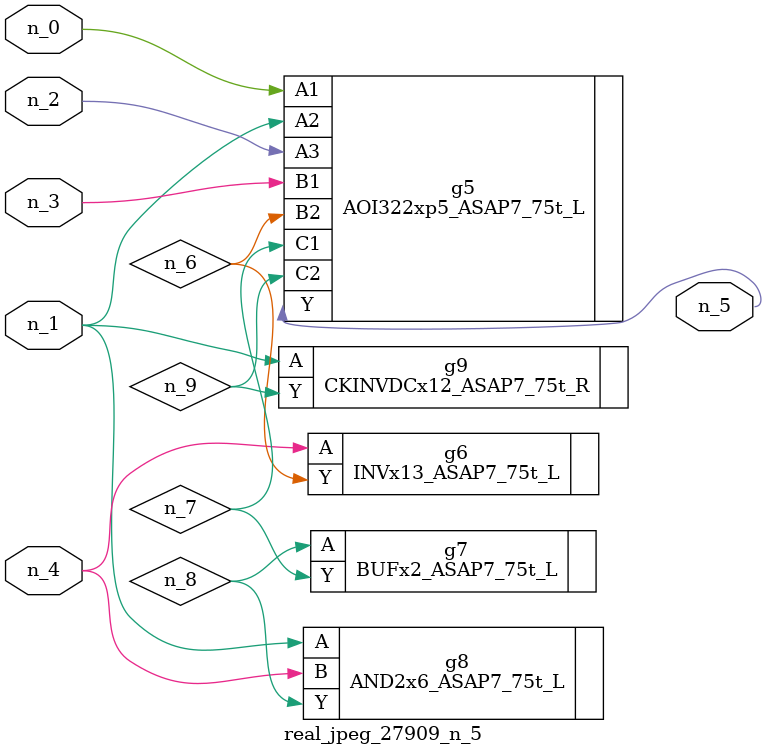
<source format=v>
module real_jpeg_27909_n_5 (n_4, n_0, n_1, n_2, n_3, n_5);

input n_4;
input n_0;
input n_1;
input n_2;
input n_3;

output n_5;

wire n_8;
wire n_6;
wire n_7;
wire n_9;

AOI322xp5_ASAP7_75t_L g5 ( 
.A1(n_0),
.A2(n_1),
.A3(n_2),
.B1(n_3),
.B2(n_6),
.C1(n_7),
.C2(n_9),
.Y(n_5)
);

AND2x6_ASAP7_75t_L g8 ( 
.A(n_1),
.B(n_4),
.Y(n_8)
);

CKINVDCx12_ASAP7_75t_R g9 ( 
.A(n_1),
.Y(n_9)
);

INVx13_ASAP7_75t_L g6 ( 
.A(n_4),
.Y(n_6)
);

BUFx2_ASAP7_75t_L g7 ( 
.A(n_8),
.Y(n_7)
);


endmodule
</source>
